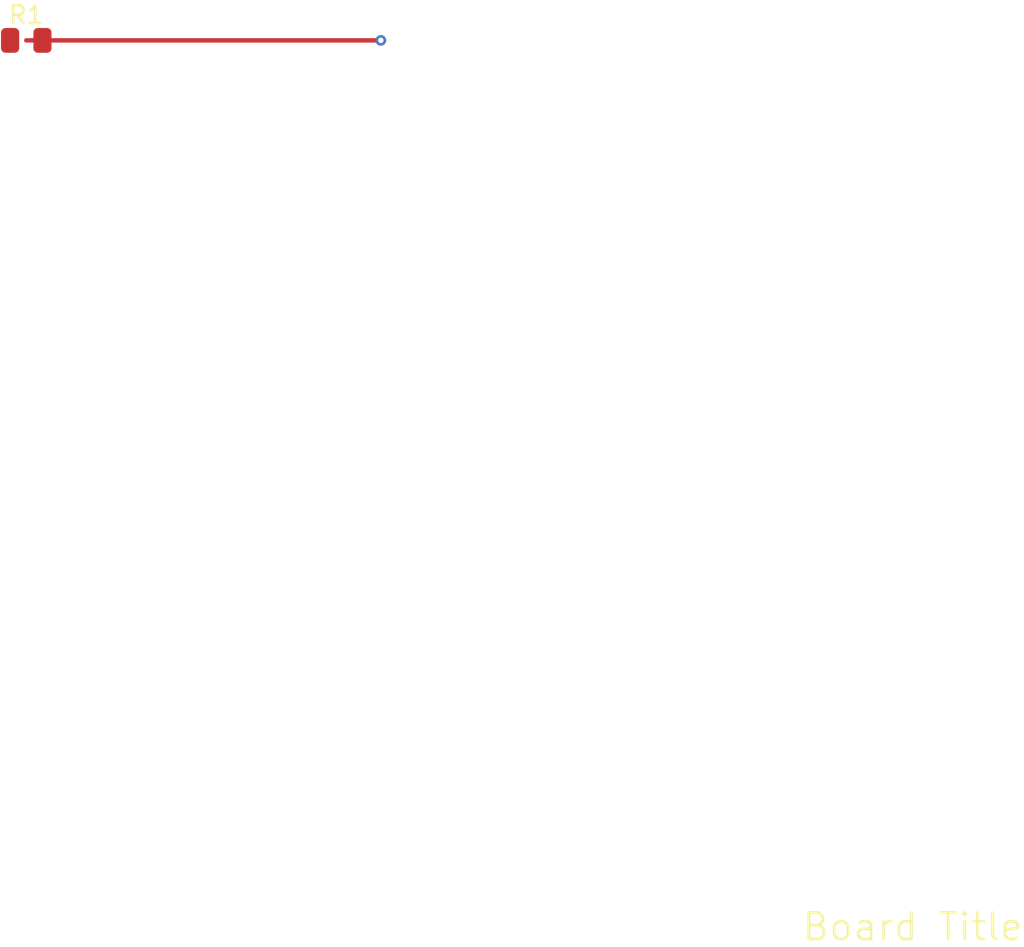
<source format=kicad_pcb>
(kicad_pcb (version 20231014) (generator "kicadsharp") (generator_version "1.0") (net 0 "") (net 1 "GND") (net 2 "VCC")
  (footprint "R_0805_2012Metric" (layer "F.Cu") (at 100 100)
    (fp_text reference "R1" (at 0 -1.43) (layer "F.SilkS"))
    (fp_text value "10k")
    (pad "1" smd roundrect (at -0.9125 0) (size 1.025 1.4) (layers "F.Cu" "F.Paste" "F.Mask") (roundrect_rratio 0.243902) (net 1 "GND"))
    (pad "2" smd roundrect (at 0.9125 0) (size 1.025 1.4) (layers "F.Cu" "F.Paste" "F.Mask") (roundrect_rratio 0.243902) (net 2 "VCC"))
  )
  (segment (start 100 100) (end 120 100) (width 0.25) (layer "F.Cu") (net 1))
  (via (at 120 100) (size 0.6) (drill 0.3) (layers "F.Cu" "B.Cu") (net 1))
  (gr_text "Board Title" (at 150 150 0) (layer "F.SilkS") (effects (font (size 1.5 1.5))))
)
</source>
